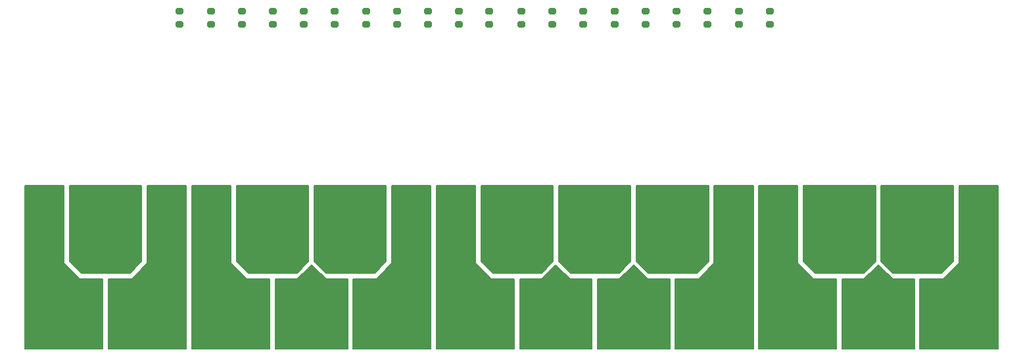
<source format=gbr>
%TF.GenerationSoftware,KiCad,Pcbnew,(6.0.10)*%
%TF.CreationDate,2023-01-16T00:42:17+03:00*%
%TF.ProjectId,stylo,7374796c-6f2e-46b6-9963-61645f706362,rev?*%
%TF.SameCoordinates,Original*%
%TF.FileFunction,Paste,Top*%
%TF.FilePolarity,Positive*%
%FSLAX46Y46*%
G04 Gerber Fmt 4.6, Leading zero omitted, Abs format (unit mm)*
G04 Created by KiCad (PCBNEW (6.0.10)) date 2023-01-16 00:42:17*
%MOMM*%
%LPD*%
G01*
G04 APERTURE LIST*
G04 Aperture macros list*
%AMRoundRect*
0 Rectangle with rounded corners*
0 $1 Rounding radius*
0 $2 $3 $4 $5 $6 $7 $8 $9 X,Y pos of 4 corners*
0 Add a 4 corners polygon primitive as box body*
4,1,4,$2,$3,$4,$5,$6,$7,$8,$9,$2,$3,0*
0 Add four circle primitives for the rounded corners*
1,1,$1+$1,$2,$3*
1,1,$1+$1,$4,$5*
1,1,$1+$1,$6,$7*
1,1,$1+$1,$8,$9*
0 Add four rect primitives between the rounded corners*
20,1,$1+$1,$2,$3,$4,$5,0*
20,1,$1+$1,$4,$5,$6,$7,0*
20,1,$1+$1,$6,$7,$8,$9,0*
20,1,$1+$1,$8,$9,$2,$3,0*%
G04 Aperture macros list end*
%ADD10C,0.200000*%
%ADD11RoundRect,0.200000X0.275000X-0.200000X0.275000X0.200000X-0.275000X0.200000X-0.275000X-0.200000X0*%
G04 APERTURE END LIST*
%TO.C,TP6*%
G36*
X129971059Y-113000000D02*
G01*
X132771059Y-113000000D01*
X132771059Y-122000000D01*
X123521059Y-122000000D01*
X123521059Y-113000000D01*
X126321059Y-113000000D01*
X128146059Y-111250000D01*
X129971059Y-113000000D01*
G37*
D10*
X129971059Y-113000000D02*
X132771059Y-113000000D01*
X132771059Y-122000000D01*
X123521059Y-122000000D01*
X123521059Y-113000000D01*
X126321059Y-113000000D01*
X128146059Y-111250000D01*
X129971059Y-113000000D01*
%TO.C,TP1*%
G36*
X96250000Y-111000000D02*
G01*
X98250000Y-113000000D01*
X101250000Y-113000000D01*
X101250000Y-122000000D01*
X91250000Y-122000000D01*
X91250000Y-101000000D01*
X96250000Y-101000000D01*
X96250000Y-111000000D01*
G37*
X96250000Y-111000000D02*
X98250000Y-113000000D01*
X101250000Y-113000000D01*
X101250000Y-122000000D01*
X91250000Y-122000000D01*
X91250000Y-101000000D01*
X96250000Y-101000000D01*
X96250000Y-111000000D01*
%TO.C,TP3*%
G36*
X112000000Y-122000000D02*
G01*
X102000000Y-122000000D01*
X102000000Y-113000000D01*
X105000000Y-113000000D01*
X107000000Y-111000000D01*
X107000000Y-101000000D01*
X112000000Y-101000000D01*
X112000000Y-122000000D01*
G37*
X112000000Y-122000000D02*
X102000000Y-122000000D01*
X102000000Y-113000000D01*
X105000000Y-113000000D01*
X107000000Y-111000000D01*
X107000000Y-101000000D01*
X112000000Y-101000000D01*
X112000000Y-122000000D01*
%TO.C,TP4*%
G36*
X117750000Y-111000000D02*
G01*
X119750000Y-113000000D01*
X122750000Y-113000000D01*
X122750000Y-122000000D01*
X112750000Y-122000000D01*
X112750000Y-101000000D01*
X117750000Y-101000000D01*
X117750000Y-111000000D01*
G37*
X117750000Y-111000000D02*
X119750000Y-113000000D01*
X122750000Y-113000000D01*
X122750000Y-122000000D01*
X112750000Y-122000000D01*
X112750000Y-101000000D01*
X117750000Y-101000000D01*
X117750000Y-111000000D01*
%TO.C,TP7*%
G36*
X137750000Y-110750000D02*
G01*
X136250000Y-112250000D01*
X130000000Y-112250000D01*
X128500000Y-110750000D01*
X128500000Y-101000000D01*
X137750000Y-101000000D01*
X137750000Y-110750000D01*
G37*
X137750000Y-110750000D02*
X136250000Y-112250000D01*
X130000000Y-112250000D01*
X128500000Y-110750000D01*
X128500000Y-101000000D01*
X137750000Y-101000000D01*
X137750000Y-110750000D01*
%TO.C,TP18*%
G36*
X202950000Y-113000000D02*
G01*
X205750000Y-113000000D01*
X205750000Y-122000000D01*
X196500000Y-122000000D01*
X196500000Y-113000000D01*
X199300000Y-113000000D01*
X201125000Y-111250000D01*
X202950000Y-113000000D01*
G37*
X202950000Y-113000000D02*
X205750000Y-113000000D01*
X205750000Y-122000000D01*
X196500000Y-122000000D01*
X196500000Y-113000000D01*
X199300000Y-113000000D01*
X201125000Y-111250000D01*
X202950000Y-113000000D01*
%TO.C,TP13*%
G36*
X171450000Y-113000000D02*
G01*
X174250000Y-113000000D01*
X174250000Y-122000000D01*
X165000000Y-122000000D01*
X165000000Y-113000000D01*
X167800000Y-113000000D01*
X169625000Y-111250000D01*
X171450000Y-113000000D01*
G37*
X171450000Y-113000000D02*
X174250000Y-113000000D01*
X174250000Y-122000000D01*
X165000000Y-122000000D01*
X165000000Y-113000000D01*
X167800000Y-113000000D01*
X169625000Y-111250000D01*
X171450000Y-113000000D01*
%TO.C,TP11*%
G36*
X161397464Y-112996420D02*
G01*
X164197464Y-112996420D01*
X164197464Y-121996420D01*
X154947464Y-121996420D01*
X154947464Y-112996420D01*
X157747464Y-112996420D01*
X159572464Y-111246420D01*
X161397464Y-112996420D01*
G37*
X161397464Y-112996420D02*
X164197464Y-112996420D01*
X164197464Y-121996420D01*
X154947464Y-121996420D01*
X154947464Y-112996420D01*
X157747464Y-112996420D01*
X159572464Y-111246420D01*
X161397464Y-112996420D01*
%TO.C,TP20*%
G36*
X216500000Y-122000000D02*
G01*
X206500000Y-122000000D01*
X206500000Y-113000000D01*
X209500000Y-113000000D01*
X211500000Y-111000000D01*
X211500000Y-101000000D01*
X216500000Y-101000000D01*
X216500000Y-122000000D01*
G37*
X216500000Y-122000000D02*
X206500000Y-122000000D01*
X206500000Y-113000000D01*
X209500000Y-113000000D01*
X211500000Y-111000000D01*
X211500000Y-101000000D01*
X216500000Y-101000000D01*
X216500000Y-122000000D01*
%TO.C,TP15*%
G36*
X185000000Y-122000000D02*
G01*
X175000000Y-122000000D01*
X175000000Y-113000000D01*
X178000000Y-113000000D01*
X180000000Y-111000000D01*
X180000000Y-101000000D01*
X185000000Y-101000000D01*
X185000000Y-122000000D01*
G37*
X185000000Y-122000000D02*
X175000000Y-122000000D01*
X175000000Y-113000000D01*
X178000000Y-113000000D01*
X180000000Y-111000000D01*
X180000000Y-101000000D01*
X185000000Y-101000000D01*
X185000000Y-122000000D01*
%TO.C,TP8*%
G36*
X143500000Y-122000000D02*
G01*
X133500000Y-122000000D01*
X133500000Y-113000000D01*
X136500000Y-113000000D01*
X138500000Y-111000000D01*
X138500000Y-101000000D01*
X143500000Y-101000000D01*
X143500000Y-122000000D01*
G37*
X143500000Y-122000000D02*
X133500000Y-122000000D01*
X133500000Y-113000000D01*
X136500000Y-113000000D01*
X138500000Y-111000000D01*
X138500000Y-101000000D01*
X143500000Y-101000000D01*
X143500000Y-122000000D01*
%TO.C,TP19*%
G36*
X210750000Y-110750000D02*
G01*
X209250000Y-112250000D01*
X203000000Y-112250000D01*
X201500000Y-110750000D01*
X201500000Y-101000000D01*
X210750000Y-101000000D01*
X210750000Y-110750000D01*
G37*
X210750000Y-110750000D02*
X209250000Y-112250000D01*
X203000000Y-112250000D01*
X201500000Y-110750000D01*
X201500000Y-101000000D01*
X210750000Y-101000000D01*
X210750000Y-110750000D01*
%TO.C,TP17*%
G36*
X200750000Y-110750000D02*
G01*
X199250000Y-112250000D01*
X193000000Y-112250000D01*
X191500000Y-110750000D01*
X191500000Y-101000000D01*
X200750000Y-101000000D01*
X200750000Y-110750000D01*
G37*
X200750000Y-110750000D02*
X199250000Y-112250000D01*
X193000000Y-112250000D01*
X191500000Y-110750000D01*
X191500000Y-101000000D01*
X200750000Y-101000000D01*
X200750000Y-110750000D01*
%TO.C,TP14*%
G36*
X179250000Y-110750000D02*
G01*
X177750000Y-112250000D01*
X171500000Y-112250000D01*
X170000000Y-110750000D01*
X170000000Y-101000000D01*
X179250000Y-101000000D01*
X179250000Y-110750000D01*
G37*
X179250000Y-110750000D02*
X177750000Y-112250000D01*
X171500000Y-112250000D01*
X170000000Y-110750000D01*
X170000000Y-101000000D01*
X179250000Y-101000000D01*
X179250000Y-110750000D01*
%TO.C,TP12*%
G36*
X169250000Y-110750000D02*
G01*
X167750000Y-112250000D01*
X161500000Y-112250000D01*
X160000000Y-110750000D01*
X160000000Y-101000000D01*
X169250000Y-101000000D01*
X169250000Y-110750000D01*
G37*
X169250000Y-110750000D02*
X167750000Y-112250000D01*
X161500000Y-112250000D01*
X160000000Y-110750000D01*
X160000000Y-101000000D01*
X169250000Y-101000000D01*
X169250000Y-110750000D01*
%TO.C,TP10*%
G36*
X159250000Y-110750000D02*
G01*
X157750000Y-112250000D01*
X151500000Y-112250000D01*
X150000000Y-110750000D01*
X150000000Y-101000000D01*
X159250000Y-101000000D01*
X159250000Y-110750000D01*
G37*
X159250000Y-110750000D02*
X157750000Y-112250000D01*
X151500000Y-112250000D01*
X150000000Y-110750000D01*
X150000000Y-101000000D01*
X159250000Y-101000000D01*
X159250000Y-110750000D01*
%TO.C,TP5*%
G36*
X127750000Y-110750000D02*
G01*
X126250000Y-112250000D01*
X120000000Y-112250000D01*
X118500000Y-110750000D01*
X118500000Y-101000000D01*
X127750000Y-101000000D01*
X127750000Y-110750000D01*
G37*
X127750000Y-110750000D02*
X126250000Y-112250000D01*
X120000000Y-112250000D01*
X118500000Y-110750000D01*
X118500000Y-101000000D01*
X127750000Y-101000000D01*
X127750000Y-110750000D01*
%TO.C,TP2*%
G36*
X106250000Y-110750000D02*
G01*
X104750000Y-112250000D01*
X98500000Y-112250000D01*
X97000000Y-110750000D01*
X97000000Y-101000000D01*
X106250000Y-101000000D01*
X106250000Y-110750000D01*
G37*
X106250000Y-110750000D02*
X104750000Y-112250000D01*
X98500000Y-112250000D01*
X97000000Y-110750000D01*
X97000000Y-101000000D01*
X106250000Y-101000000D01*
X106250000Y-110750000D01*
%TO.C,TP16*%
G36*
X190750000Y-111000000D02*
G01*
X192750000Y-113000000D01*
X195750000Y-113000000D01*
X195750000Y-122000000D01*
X185750000Y-122000000D01*
X185750000Y-101000000D01*
X190750000Y-101000000D01*
X190750000Y-111000000D01*
G37*
X190750000Y-111000000D02*
X192750000Y-113000000D01*
X195750000Y-113000000D01*
X195750000Y-122000000D01*
X185750000Y-122000000D01*
X185750000Y-101000000D01*
X190750000Y-101000000D01*
X190750000Y-111000000D01*
%TO.C,TP9*%
G36*
X149250000Y-111000000D02*
G01*
X151250000Y-113000000D01*
X154250000Y-113000000D01*
X154250000Y-122000000D01*
X144250000Y-122000000D01*
X144250000Y-101000000D01*
X149250000Y-101000000D01*
X149250000Y-111000000D01*
G37*
X149250000Y-111000000D02*
X151250000Y-113000000D01*
X154250000Y-113000000D01*
X154250000Y-122000000D01*
X144250000Y-122000000D01*
X144250000Y-101000000D01*
X149250000Y-101000000D01*
X149250000Y-111000000D01*
%TD*%
D11*
%TO.C,R20*%
X187150000Y-80250000D03*
X187150000Y-78600000D03*
%TD*%
%TO.C,R19*%
X183150000Y-80250000D03*
X183150000Y-78600000D03*
%TD*%
%TO.C,R18*%
X179150000Y-80250000D03*
X179150000Y-78600000D03*
%TD*%
%TO.C,R17*%
X175150000Y-80250000D03*
X175150000Y-78600000D03*
%TD*%
%TO.C,R16*%
X171150000Y-80250000D03*
X171150000Y-78600000D03*
%TD*%
%TO.C,R15*%
X167150000Y-80250000D03*
X167150000Y-78600000D03*
%TD*%
%TO.C,R14*%
X163150000Y-80250000D03*
X163150000Y-78600000D03*
%TD*%
%TO.C,R13*%
X159150000Y-80250000D03*
X159150000Y-78600000D03*
%TD*%
%TO.C,R12*%
X155150000Y-80250000D03*
X155150000Y-78600000D03*
%TD*%
%TO.C,R11*%
X151040000Y-80250000D03*
X151040000Y-78600000D03*
%TD*%
%TO.C,R10*%
X147150000Y-80250000D03*
X147150000Y-78600000D03*
%TD*%
%TO.C,R9*%
X143150000Y-80250000D03*
X143150000Y-78600000D03*
%TD*%
%TO.C,R8*%
X139150000Y-80250000D03*
X139150000Y-78600000D03*
%TD*%
%TO.C,R7*%
X135150000Y-80250000D03*
X135150000Y-78600000D03*
%TD*%
%TO.C,R6*%
X131150000Y-80250000D03*
X131150000Y-78600000D03*
%TD*%
%TO.C,R5*%
X127150000Y-80250000D03*
X127150000Y-78600000D03*
%TD*%
%TO.C,R4*%
X123150000Y-80250000D03*
X123150000Y-78600000D03*
%TD*%
%TO.C,R3*%
X119150000Y-80250000D03*
X119150000Y-78600000D03*
%TD*%
%TO.C,R2*%
X115150000Y-80250000D03*
X115150000Y-78600000D03*
%TD*%
%TO.C,R1*%
X111150000Y-80250000D03*
X111150000Y-78600000D03*
%TD*%
M02*

</source>
